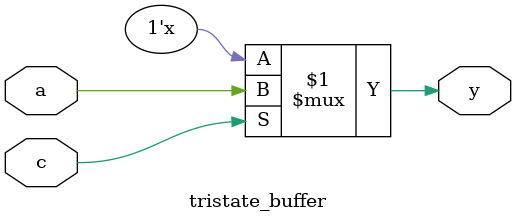
<source format=v>
module tristate_buffer(a,c,y);
	input a,c;
	output y;
	assign y= c ? a : 1'bz;	
endmodule


</source>
